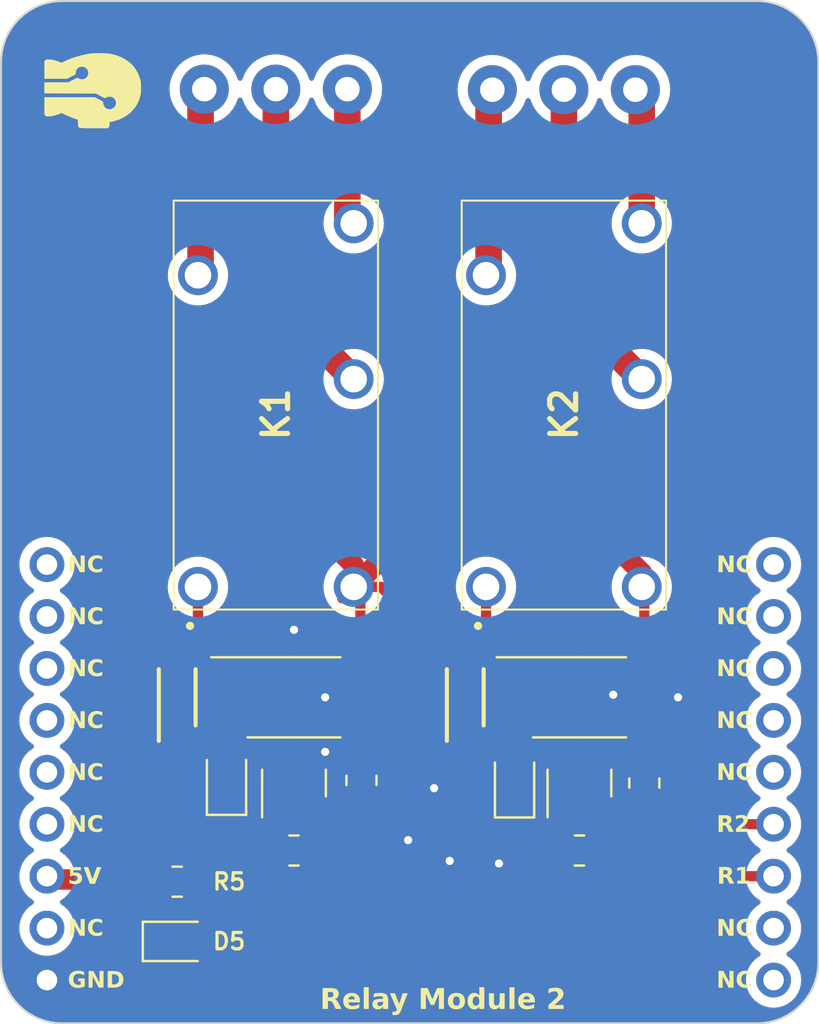
<source format=kicad_pcb>
(kicad_pcb (version 20221018) (generator pcbnew)
  (layers (0 "F.Cu" signal) (31 "B.Cu" signal) (34 "B.Paste" user) (35 "F.Paste" user) (36 "B.SilkS" user "B.Silkscreen") (37 "F.SilkS" user "F.Silkscreen") (38 "B.Mask" user) (39 "F.Mask" user) (44 "Edge.Cuts" user))
  (net 0 "")
  (net 1 "GND")
  (net 2 "Net-(D1-A)")
  (net 3 "Net-(D2-A)")
  (net 4 "+5V")
  (net 5 "Net-(D3-A)")
  (net 6 "Net-(D4-A)")
  (net 7 "Net-(D5-A)")
  (net 8 "Net-(J1-Pin_1)")
  (net 9 "Net-(J1-Pin_2)")
  (net 10 "Net-(J2-Pin_1)")
  (net 11 "Net-(J2-Pin_2)")
  (net 12 "Net-(J1-Pin_3)")
  (net 13 "Net-(J2-Pin_3)")
  (net 14 "Net-(Q1-B)")
  (net 15 "Net-(Q2-B)")
  (net 16 "R1")
  (net 17 "Net-(R1-Pad2)")
  (net 18 "R2")
  (net 19 "Net-(R2-Pad2)")
  (net 20 "Net-(R3-Pad1)")
  (net 21 "Net-(R4-Pad1)")
  (footprint "Package_SO:SOIC-4_4.55x3.7mm_P2.54mm" (layer "F.Cu") (at 83.185 86.995)
    (fp_text reference "U2" hide)
    (fp_text value "TLP185" hide)
    (fp_line (start 0 -1.96) (end -4.05 -1.96) (stroke (width 0.12)) (layer "F.SilkS"))
    (fp_line (start 0 -1.96) (end 2.275 -1.96) (stroke (width 0.12)) (layer "F.SilkS"))
    (fp_line (start 0 1.96) (end -2.275 1.96) (stroke (width 0.12)) (layer "F.SilkS"))
    (fp_line (start 0 1.96) (end 2.275 1.96) (stroke (width 0.12)) (layer "F.SilkS"))
    (pad "1" smd roundrect (at -3.25 -1.27) (size 1.6 0.55) (layers "F.Cu" "F.Paste" "F.Mask") (net 19 "Net-(R2-Pad2)"))
    (pad "3" smd roundrect (at -3.25 1.27) (size 1.6 0.55) (layers "F.Cu" "F.Paste" "F.Mask") (net 3 "Net-(D2-A)"))
    (pad "4" smd roundrect (at 3.25 1.27) (size 1.6 0.55) (layers "F.Cu" "F.Paste" "F.Mask") (net 21 "Net-(R4-Pad1)"))
    (pad "6" smd roundrect (at 3.25 -1.27) (size 1.6 0.55) (layers "F.Cu" "F.Paste" "F.Mask") (net 4 "+5V"))
  )
  (footprint "LED_SMD:LED_0805_2012Metric" (layer "F.Cu") (at 65.913 91.059 90)
    (fp_text reference "D1" hide)
    (fp_text value "LED" hide)
    (fp_line (start -1.685 -0.96) (end -1.685 0.96) (stroke (width 0.12)) (layer "F.SilkS"))
    (fp_line (start -1.685 0.96) (end 1 0.96) (stroke (width 0.12)) (layer "F.SilkS"))
    (fp_line (start 1 -0.96) (end -1.685 -0.96) (stroke (width 0.12)) (layer "F.SilkS"))
    (pad "1" smd roundrect (at -0.9375 0 90) (size 0.975 1.4) (layers "F.Cu" "F.Paste" "F.Mask") (net 1 "GND"))
    (pad "2" smd roundrect (at 0.9375 0 90) (size 0.975 1.4) (layers "F.Cu" "F.Paste" "F.Mask") (net 2 "Net-(D1-A)"))
  )
  (footprint "Moduler_:pin_header_5-3" (layer "F.Cu") (at 74.87613 90.694433)
    (fp_text reference "U3" hide)
    (fp_text value "~")
    (fp_text user "R2" (at 15.014634 3.016402 unlocked) (layer "F.SilkS") (effects (font (size 0.8 0.8) (thickness 0.2) bold) (justify left bottom)))
    (fp_text user "R1" (at 15.04 5.55 unlocked) (layer "F.SilkS") (effects (font (size 0.8 0.8) (thickness 0.2) bold) (justify left bottom)))
    (fp_text user "NC" (at -16.735366 -7.143598 unlocked) (layer "F.SilkS") (effects (font (size 0.8 0.8) (thickness 0.2) bold) (justify left bottom)))
    (fp_text user "NC" (at 15.014634 -2.063598 unlocked) (layer "F.SilkS") (effects (font (size 0.8 0.8) (thickness 0.2) bold) (justify left bottom)))
    (fp_text user "NC" (at 15.014634 -7.143598 unlocked) (layer "F.SilkS") (effects (font (size 0.8 0.8) (thickness 0.2) bold) (justify left bottom)))
    (fp_text user "NC" (at 15.014634 -4.603598 unlocked) (layer "F.SilkS") (effects (font (size 0.8 0.8) (thickness 0.2) bold) (justify left bottom)))
    (fp_text user "NC" (at -16.735366 8.096402 unlocked) (layer "F.SilkS") (effects (font (size 0.8 0.8) (thickness 0.2) bold) (justify left bottom)))
    (fp_text user "NC" (at 15.014634 10.636402 unlocked) (layer "F.SilkS") (effects (font (size 0.8 0.8) (thickness 0.2) bold) (justify left bottom)))
    (fp_text user "NC" (at 15.014634 -7.143598 unlocked) (layer "F.SilkS") (effects (font (size 0.8 0.8) (thickness 0.2) bold) (justify left bottom)))
    (fp_text user "NC" (at -16.735366 -9.683598 unlocked) (layer "F.SilkS") (effects (font (size 0.8 0.8) (thickness 0.2) bold) (justify left bottom)))
    (fp_text user "NC" (at 15.014634 8.096402 unlocked) (layer "F.SilkS") (effects (font (size 0.8 0.8) (thickness 0.2) bold) (justify left bottom)))
    (fp_text user "NC" (at 15.014634 -4.603598 unlocked) (layer "F.SilkS") (effects (font (size 0.8 0.8) (thickness 0.2) bold) (justify left bottom)))
    (fp_text user "NC" (at 15.014634 8.096402 unlocked) (layer "F.SilkS") (effects (font (size 0.8 0.8) (thickness 0.2) bold) (justify left bottom)))
    (fp_text user "NC" (at 15.014634 -2.063598 unlocked) (layer "F.SilkS") (effects (font (size 0.8 0.8) (thickness 0.2) bold) (justify left bottom)))
    (fp_text user "GND" (at -16.735366 10.636402 unlocked) (layer "F.SilkS") (effects (font (size 0.8 0.8) (thickness 0.2) bold) (justify left bottom)))
    (fp_text user "NC" (at -16.735366 -4.603598 unlocked) (layer "F.SilkS") (effects (font (size 0.8 0.8) (thickness 0.2) bold) (justify left bottom)))
    (fp_text user "NC" (at -16.735366 3.016402 unlocked) (layer "F.SilkS") (effects (font (size 0.8 0.8) (thickness 0.2) bold) (justify left bottom)))
    (fp_text user "NC" (at 15.014634 0.476402 unlocked) (layer "F.SilkS") (effects (font (size 0.8 0.8) (thickness 0.2) bold) (justify left bottom)))
    (fp_text user "NC" (at -16.735366 -2.063598 unlocked) (layer "F.SilkS") (effects (font (size 0.8 0.8) (thickness 0.2) bold) (justify left bottom)))
    (fp_text user "NC" (at 15.014634 -9.683598 unlocked) (layer "F.SilkS") (effects (font (size 0.8 0.8) (thickness 0.2) bold) (justify left bottom)))
    (fp_text user "NC" (at -16.735366 0.476402 unlocked) (layer "F.SilkS") (effects (font (size 0.8 0.8) (thickness 0.2) bold) (justify left bottom)))
    (fp_text user "5V" (at -16.735366 5.556402 unlocked) (layer "F.SilkS") (effects (font (size 0.8 0.8) (thickness 0.2) bold) (justify left bottom)))
    (fp_text user "NC" (at 15.014634 -9.683598 unlocked) (layer "F.SilkS") (effects (font (size 0.8 0.8) (thickness 0.2) bold) (justify left bottom)))
    (fp_text user "5V" (at -16.735366 5.556402 unlocked) (layer "F.SilkS") (effects (font (size 0.8 0.8) (thickness 0.2) bold) (justify left bottom)))
    (fp_text user "NC" (at 15.014634 10.636402 unlocked) (layer "F.SilkS") (effects (font (size 0.8 0.8) (thickness 0.2) bold) (justify left bottom)))
    (fp_text user "Relay Module 2" (at -4.39 11.71 unlocked) (layer "F.SilkS") (effects (font (thickness 0.2) bold) (justify left bottom)))
    (fp_text user "NC" (at -16.735366 -4.603598 unlocked) (layer "F.SilkS") (effects (font (size 0.8 0.8) (thickness 0.2) bold) (justify left bottom)))
    (fp_text user "NC" (at -16.735366 -7.143598 unlocked) (layer "F.SilkS") (effects (font (size 0.8 0.8) (thickness 0.2) bold) (justify left bottom)))
    (fp_text user "NC" (at -16.735366 -2.063598 unlocked) (layer "F.SilkS") (effects (font (size 0.8 0.8) (thickness 0.2) bold) (justify left bottom)))
    (fp_text user "NC" (at 15.014634 0.476402 unlocked) (layer "F.SilkS") (effects (font (size 0.8 0.8) (thickness 0.2) bold) (justify left bottom)))
    (fp_poly (pts (xy -15.043088 -35.202982) (xy -14.918079 -35.198718) (xy -14.806142 -35.191953) (xy -14.714508 -35.182748) (xy -14.67543 -35.176676) (xy -14.486975 -35.135522) (xy -14.317037 -35.084506) (xy -14.153075 -35.019547) (xy -14.06311 -34.977484) (xy -13.859515 -34.862064) (xy -13.680827 -34.72737) (xy -13.526624 -34.572888) (xy -13.396484 -34.398104) (xy -13.289986 -34.202504) (xy -13.206706 -33.985573) (xy -13.183227 -33.905477) (xy -13.170465 -33.853293) (xy -13.161352 -33.800937) (xy -13.155312 -33.741552) (xy -13.15177 -33.668279) (xy -13.150151 -33.574261) (xy -13.149866 -33.507627) (xy -13.150177 -33.402512) (xy -13.151885 -33.321633) (xy -13.155679 -33.257642) (xy -13.162245 -33.203192) (xy -13.172272 -33.150935) (xy -13.186448 -33.093522) (xy -13.189793 -33.080953) (xy -13.26322 -32.865516) (xy -13.362869 -32.666945) (xy -13.487653 -32.486226) (xy -13.636484 -32.324343) (xy -13.808274 -32.182281) (xy -14.001937 -32.061026) (xy -14.216384 -31.961562) (xy -14.450528 -31.884874) (xy -14.533041 -31.864479) (xy -14.687053 -31.829354) (xy -14.687053 -31.727412) (xy -14.688593 -31.669338) (xy -14.695525 -31.631682) (xy -14.711313 -31.603329) (xy -14.733226 -31.579297) (xy -14.779399 -31.533124) (xy -15.455894 -31.533605) (xy -15.65106 -31.534152) (xy -15.814694 -31.535495) (xy -15.946842 -31.537635) (xy -16.047553 -31.540574) (xy -16.116877 -31.544312) (xy -16.15486 -31.54885) (xy -16.161512 -31.551014) (xy -16.197211 -31.588694) (xy -16.221047 -31.653789) (xy -16.23325 -31.747117) (xy -16.235088 -31.812996) (xy -16.235113 -31.951719) (xy -16.434829 -32.019315) (xy -16.531119 -32.054222) (xy -16.6412 -32.097769) (xy -16.75078 -32.144127) (xy -16.836626 -32.183182) (xy -17.038708 -32.279453) (xy -17.182564 -32.22121) (xy -17.37177 -32.156953) (xy -17.553163 -32.121046) (xy -17.66972 -32.112456) (xy -17.730074 -32.111766) (xy -17.768455 -32.115201) (xy -17.794455 -32.125654) (xy -17.817669 -32.146018) (xy -17.831629 -32.161265) (xy -17.877849 -32.212852) (xy -17.877849 -32.631197) (xy -17.877849 -33.049542) (xy -16.644432 -33.049542) (xy -15.411016 -33.049542) (xy -15.201307 -32.938862) (xy -15.120346 -32.895704) (xy -15.063572 -32.863901) (xy -15.026999 -32.840519) (xy -15.00664 -32.822624) (xy -14.998509 -32.807281) (xy -14.998617 -32.791554) (xy -14.998919 -32.789893) (xy -14.997266 -32.736768) (xy -14.978742 -32.67194) (xy -14.947906 -32.606915) (xy -14.909316 -32.553201) (xy -14.902268 -32.545978) (xy -14.853733 -32.509807) (xy -14.79415 -32.479377) (xy -14.772305 -32.47156) (xy -14.678551 -32.457667) (xy -14.590888 -32.471152) (xy -14.513015 -32.507926) (xy -14.448632 -32.563899) (xy -14.401438 -32.634984) (xy -14.375133 -32.717091) (xy -14.373417 -32.806131) (xy -14.39558 -32.887925) (xy -14.446213 -32.972284) (xy -14.515276 -33.033487) (xy -14.598095 -33.069928) (xy -14.69 -33.08) (xy -14.786317 -33.062098) (xy -14.838558 -33.040214) (xy -14.919436 -32.999294) (xy -15.13891 -33.115245) (xy -15.358384 -33.231197) (xy -16.618116 -33.235511) (xy -17.877849 -33.239826) (xy -17.877849 -33.507993) (xy -17.877849 -33.776159) (xy -17.293614 -33.776159) (xy -16.709379 -33.776159) (xy -16.481146 -33.894783) (xy -16.383134 -33.944301) (xy -16.310341 -33.977902) (xy -16.2633 -33.995358) (xy -16.24255 -33.996444) (xy -16.242039 -33.995812) (xy -16.221875 -33.978954) (xy -16.183919 -33.957232) (xy -16.165981 -33.948618) (xy -16.07485 -33.922488) (xy -15.986186 -33.92436) (xy -15.904156 -33.950689) (xy -15.832926 -33.997929) (xy -15.776663 -34.062538) (xy -15.739534 -34.140968) (xy -15.725706 -34.229677) (xy -15.736305 -34.314142) (xy -15.773595 -34.400807) (xy -15.832706 -34.470127) (xy -15.907938 -34.519204) (xy -15.993593 -34.545141) (xy -16.083971 -34.545039) (xy -16.152425 -34.525716) (xy -16.23727 -34.475578) (xy -16.297706 -34.405852) (xy -16.33435 -34.315659) (xy -16.345044 -34.252673) (xy -16.353533 -34.168428) (xy -16.565751 -34.059172) (xy -16.777969 -33.949915) (xy -17.327909 -33.949915) (xy -17.877849 -33.949915) (xy -17.877849 -34.377623) (xy -17.877849 -34.805331) (xy -17.831676 -34.851504) (xy -17.804947 -34.875607) (xy -17.77855 -34.889433) (xy -17.742658 -34.89577) (xy -17.687442 -34.897402) (xy -17.669767 -34.897402) (xy -17.52264 -34.886762) (xy -17.371334 -34.854465) (xy -17.208413 -34.798903) (xy -17.20076 -34.795859) (xy -17.137653 -34.77148) (xy -17.084242 -34.752445) (xy -17.048201 -34.741412) (xy -17.038658 -34.739716) (xy -17.016838 -34.746377) (xy -16.972945 -34.764567) (xy -16.913116 -34.791597) (xy -16.843489 -34.82478) (xy -16.835268 -34.828801) (xy -16.611504 -34.926579) (xy -16.361156 -35.013904) (xy -16.087801 -35.089736) (xy -15.79501 -35.153038) (xy -15.61112 -35.18463) (xy -15.529218 -35.193795) (xy -15.424233 -35.200151) (xy -15.303396 -35.20376) (xy -15.173937 -35.204683)) (fill solid) (layer "F.SilkS"))
    (fp_poly (pts (xy -15.043088 -35.202982) (xy -14.918079 -35.198718) (xy -14.806142 -35.191953) (xy -14.714508 -35.182748) (xy -14.67543 -35.176676) (xy -14.486975 -35.135522) (xy -14.317037 -35.084506) (xy -14.153075 -35.019547) (xy -14.06311 -34.977484) (xy -13.859515 -34.862064) (xy -13.680827 -34.72737) (xy -13.526624 -34.572888) (xy -13.396484 -34.398104) (xy -13.289986 -34.202504) (xy -13.206706 -33.985573) (xy -13.183227 -33.905477) (xy -13.170465 -33.853293) (xy -13.161352 -33.800937) (xy -13.155312 -33.741552) (xy -13.15177 -33.668279) (xy -13.150151 -33.574261) (xy -13.149866 -33.507627) (xy -13.150177 -33.402512) (xy -13.151885 -33.321633) (xy -13.155679 -33.257642) (xy -13.162245 -33.203192) (xy -13.172272 -33.150935) (xy -13.186448 -33.093522) (xy -13.189793 -33.080953) (xy -13.26322 -32.865516) (xy -13.362869 -32.666945) (xy -13.487653 -32.486226) (xy -13.636484 -32.324343) (xy -13.808274 -32.182281) (xy -14.001937 -32.061026) (xy -14.216384 -31.961562) (xy -14.450528 -31.884874) (xy -14.533041 -31.864479) (xy -14.687053 -31.829354) (xy -14.687053 -31.727412) (xy -14.688593 -31.669338) (xy -14.695525 -31.631682) (xy -14.711313 -31.603329) (xy -14.733226 -31.579297) (xy -14.779399 -31.533124) (xy -15.455894 -31.533605) (xy -15.65106 -31.534152) (xy -15.814694 -31.535495) (xy -15.946842 -31.537635) (xy -16.047553 -31.540574) (xy -16.116877 -31.544312) (xy -16.15486 -31.54885) (xy -16.161512 -31.551014) (xy -16.197211 -31.588694) (xy -16.221047 -31.653789) (xy -16.23325 -31.747117) (xy -16.235088 -31.812996) (xy -16.235113 -31.951719) (xy -16.434829 -32.019315) (xy -16.531119 -32.054222) (xy -16.6412 -32.097769) (xy -16.75078 -32.144127) (xy -16.836626 -32.183182) (xy -17.038708 -32.279453) (xy -17.182564 -32.22121) (xy -17.37177 -32.156953) (xy -17.553163 -32.121046) (xy -17.66972 -32.112456) (xy -17.730074 -32.111766) (xy -17.768455 -32.115201) (xy -17.794455 -32.125654) (xy -17.817669 -32.146018) (xy -17.831629 -32.161265) (xy -17.877849 -32.212852) (xy -17.877849 -32.631197) (xy -17.877849 -33.049542) (xy -16.644432 -33.049542) (xy -15.411016 -33.049542) (xy -15.201307 -32.938862) (xy -15.120346 -32.895704) (xy -15.063572 -32.863901) (xy -15.026999 -32.840519) (xy -15.00664 -32.822624) (xy -14.998509 -32.807281) (xy -14.998617 -32.791554) (xy -14.998919 -32.789893) (xy -14.997266 -32.736768) (xy -14.978742 -32.67194) (xy -14.947906 -32.606915) (xy -14.909316 -32.553201) (xy -14.902268 -32.545978) (xy -14.853733 -32.509807) (xy -14.79415 -32.479377) (xy -14.772305 -32.47156) (xy -14.678551 -32.457667) (xy -14.590888 -32.471152) (xy -14.513015 -32.507926) (xy -14.448632 -32.563899) (xy -14.401438 -32.634984) (xy -14.375133 -32.717091) (xy -14.373417 -32.806131) (xy -14.39558 -32.887925) (xy -14.446213 -32.972284) (xy -14.515276 -33.033487) (xy -14.598095 -33.069928) (xy -14.69 -33.08) (xy -14.786317 -33.062098) (xy -14.838558 -33.040214) (xy -14.919436 -32.999294) (xy -15.13891 -33.115245) (xy -15.358384 -33.231197) (xy -16.618116 -33.235511) (xy -17.877849 -33.239826) (xy -17.877849 -33.507993) (xy -17.877849 -33.776159) (xy -17.293614 -33.776159) (xy -16.709379 -33.776159) (xy -16.481146 -33.894783) (xy -16.383134 -33.944301) (xy -16.310341 -33.977902) (xy -16.2633 -33.995358) (xy -16.24255 -33.996444) (xy -16.242039 -33.995812) (xy -16.221875 -33.978954) (xy -16.183919 -33.957232) (xy -16.165981 -33.948618) (xy -16.07485 -33.922488) (xy -15.986186 -33.92436) (xy -15.904156 -33.950689) (xy -15.832926 -33.997929) (xy -15.776663 -34.062538) (xy -15.739534 -34.140968) (xy -15.725706 -34.229677) (xy -15.736305 -34.314142) (xy -15.773595 -34.400807) (xy -15.832706 -34.470127) (xy -15.907938 -34.519204) (xy -15.993593 -34.545141) (xy -16.083971 -34.545039) (xy -16.152425 -34.525716) (xy -16.23727 -34.475578) (xy -16.297706 -34.405852) (xy -16.33435 -34.315659) (xy -16.345044 -34.252673) (xy -16.353533 -34.168428) (xy -16.565751 -34.059172) (xy -16.777969 -33.949915) (xy -17.327909 -33.949915) (xy -17.877849 -33.949915) (xy -17.877849 -34.377623) (xy -17.877849 -34.805331) (xy -17.831676 -34.851504) (xy -17.804947 -34.875607) (xy -17.77855 -34.889433) (xy -17.742658 -34.89577) (xy -17.687442 -34.897402) (xy -17.669767 -34.897402) (xy -17.52264 -34.886762) (xy -17.371334 -34.854465) (xy -17.208413 -34.798903) (xy -17.20076 -34.795859) (xy -17.137653 -34.77148) (xy -17.084242 -34.752445) (xy -17.048201 -34.741412) (xy -17.038658 -34.739716) (xy -17.016838 -34.746377) (xy -16.972945 -34.764567) (xy -16.913116 -34.791597) (xy -16.843489 -34.82478) (xy -16.835268 -34.828801) (xy -16.611504 -34.926579) (xy -16.361156 -35.013904) (xy -16.087801 -35.089736) (xy -15.79501 -35.153038) (xy -15.61112 -35.18463) (xy -15.529218 -35.193795) (xy -15.424233 -35.200151) (xy -15.303396 -35.20376) (xy -15.173937 -35.204683)) (fill solid) (layer "F.SilkS"))
    (fp_poly (pts (xy 17.154627 -37.750531) (xy 17.306893 -37.738952) (xy 17.456945 -37.719884) (xy 17.604595 -37.693514) (xy 17.749655 -37.660032) (xy 17.891935 -37.619627) (xy 18.031248 -37.572485) (xy 18.167406 -37.518797) (xy 18.300219 -37.458749) (xy 18.429499 -37.392531) (xy 18.555059 -37.320331) (xy 18.676709 -37.242337) (xy 18.794262 -37.158739) (xy 18.907528 -37.069723) (xy 19.01632 -36.975479) (xy 19.120449 -36.876195) (xy 19.219726 -36.772059) (xy 19.313964 -36.66326) (xy 19.402974 -36.549986) (xy 19.486568 -36.432426) (xy 19.564556 -36.310768) (xy 19.636751 -36.1852) (xy 19.702965 -36.055911) (xy 19.763009 -35.923089) (xy 19.816694 -35.786922) (xy 19.863832 -35.6476) (xy 19.904235 -35.50531) (xy 19.937715 -35.360241) (xy 19.964083 -35.212581) (xy 19.98315 -35.062518) (xy 19.994728 -34.910242) (xy 19.99863 -34.755939) (xy 19.99863 9.244306) (xy 19.994728 9.398609) (xy 19.98315 9.550885) (xy 19.964083 9.700948) (xy 19.937715 9.848608) (xy 19.904235 9.993677) (xy 19.863832 10.135968) (xy 19.816694 10.27529) (xy 19.763009 10.411456) (xy 19.702965 10.544278) (xy 19.636751 10.673567) (xy 19.564556 10.799135) (xy 19.486568 10.920794) (xy 19.402974 11.038354) (xy 19.313964 11.151628) (xy 19.219726 11.260427) (xy 19.120449 11.364562) (xy 19.01632 11.463846) (xy 18.907528 11.55809) (xy 18.794262 11.647106) (xy 18.676709 11.730705) (xy 18.555059 11.808698) (xy 18.429499 11.880898) (xy 18.300219 11.947116) (xy 18.167406 12.007163) (xy 18.031248 12.060852) (xy 17.891935 12.107993) (xy 17.749655 12.148399) (xy 17.604595 12.181881) (xy 17.456945 12.20825) (xy 17.306893 12.227319) (xy 17.154627 12.238898) (xy 17.000335 12.2428) (xy -17.000335 12.2428) (xy -17.154626 12.238898) (xy -17.306893 12.227319) (xy -17.456945 12.20825) (xy -17.604596 12.181881) (xy -17.749655 12.148399) (xy -17.891936 12.107993) (xy -18.031249 12.060852) (xy -18.167406 12.007163) (xy -18.30022 11.947116) (xy -18.4295 11.880898) (xy -18.55506 11.808698) (xy -18.67671 11.730705) (xy -18.794262 11.647106) (xy -18.907529 11.55809) (xy -19.016321 11.463846) (xy -19.120449 11.364562) (xy -19.219727 11.260427) (xy -19.313965 11.151628) (xy -19.402975 11.038354) (xy -19.486568 10.920794) (xy -19.564556 10.799135) (xy -19.636752 10.673567) (xy -19.702965 10.544278) (xy -19.763009 10.411456) (xy -19.816694 10.27529) (xy -19.863832 10.135968) (xy -19.904235 9.993677) (xy -19.937715 9.848608) (xy -19.964083 9.700948) (xy -19.98315 9.550885) (xy -19.994728 9.398609) (xy -19.99863 9.244306) (xy -19.99863 -34.755939) (xy -19.994728 -34.910242) (xy -19.98315 -35.062518) (xy -19.964083 -35.212581) (xy -19.937715 -35.360241) (xy -19.904235 -35.50531) (xy -19.863832 -35.6476) (xy -19.816694 -35.786922) (xy -19.763009 -35.923089) (xy -19.702965 -36.055911) (xy -19.636752 -36.1852) (xy -19.564556 -36.310768) (xy -19.486568 -36.432426) (xy -19.402975 -36.549986) (xy -19.313965 -36.66326) (xy -19.219727 -36.772059) (xy -19.120449 -36.876195) (xy -19.016321 -36.975479) (xy -18.907529 -37.069723) (xy -18.794262 -37.158739) (xy -18.67671 -37.242337) (xy -18.55506 -37.320331) (xy -18.4295 -37.392531) (xy -18.30022 -37.458749) (xy -18.167406 -37.518797) (xy -18.031249 -37.572485) (xy -17.891936 -37.619627) (xy -17.749655 -37.660032) (xy -17.604596 -37.693514) (xy -17.456945 -37.719884) (xy -17.306893 -37.738952) (xy -17.154626 -37.750531) (xy -17.000335 -37.754433) (xy 17.000335 -37.754433)) (stroke (width 0.1)) (fill none) (layer "Edge.Cuts"))
    (pad "1" thru_hole oval (at -17.751366 -10.191598) (size 1.7 1.7) (drill 1) (layers "*.Cu" "*.Mask"))
    (pad "1" thru_hole oval (at -17.751366 -10.191598) (size 1.7 1.7) (drill 1) (layers "*.Cu" "*.Mask"))
    (pad "2" thru_hole oval (at -17.751366 -7.651598) (size 1.7 1.7) (drill 1) (layers "*.Cu" "*.Mask"))
    (pad "2" thru_hole oval (at -17.751366 -7.651598) (size 1.7 1.7) (drill 1) (layers "*.Cu" "*.Mask"))
    (pad "3" thru_hole oval (at -17.751366 -5.111598) (size 1.7 1.7) (drill 1) (layers "*.Cu" "*.Mask"))
    (pad "3" thru_hole oval (at -17.751366 -5.111598) (size 1.7 1.7) (drill 1) (layers "*.Cu" "*.Mask"))
    (pad "4" thru_hole oval (at -17.751366 -2.571598) (size 1.7 1.7) (drill 1) (layers "*.Cu" "*.Mask"))
    (pad "4" thru_hole oval (at -17.751366 -2.571598) (size 1.7 1.7) (drill 1) (layers "*.Cu" "*.Mask"))
    (pad "5" thru_hole oval (at -17.751366 -0.031598) (size 1.7 1.7) (drill 1) (layers "*.Cu" "*.Mask"))
    (pad "5" thru_hole oval (at -17.751366 -0.031598) (size 1.7 1.7) (drill 1) (layers "*.Cu" "*.Mask"))
    (pad "6" thru_hole oval (at -17.751366 2.508402) (size 1.7 1.7) (drill 1) (layers "*.Cu" "*.Mask"))
    (pad "6" thru_hole oval (at -17.751366 2.508402) (size 1.7 1.7) (drill 1) (layers "*.Cu" "*.Mask"))
    (pad "7" thru_hole oval (at -17.751366 5.048402) (size 1.7 1.7) (drill 1) (layers "*.Cu" "*.Mask") (net 4 "+5V"))
    (pad "7" thru_hole oval (at -17.751366 5.048402) (size 1.7 1.7) (drill 1) (layers "*.Cu" "*.Mask") (net 4 "+5V"))
    (pad "8" thru_hole oval (at -17.751366 7.588402) (size 1.7 1.7) (drill 1) (layers "*.Cu" "*.Mask"))
    (pad "8" thru_hole oval (at -17.751366 7.588402) (size 1.7 1.7) (drill 1) (layers "*.Cu" "*.Mask"))
    (pad "9" thru_hole oval (at -17.751366 10.128402) (size 1.7 1.7) (drill 1) (layers "*.Cu" "*.Mask") (net 1 "GND"))
    (pad "9" thru_hole oval (at -17.751366 10.128402) (size 1.7 1.7) (drill 1) (layers "*.Cu" "*.Mask") (net 1 "GND"))
    (pad "10" thru_hole oval (at 17.808634 10.128402) (size 1.7 1.7) (drill 1) (layers "*.Cu" "*.Mask"))
    (pad "10" thru_hole oval (at 17.808634 10.128402) (size 1.7 1.7) (drill 1) (layers "*.Cu" "*.Mask"))
    (pad "11" thru_hole oval (at 17.808634 7.588402) (size 1.7 1.7) (drill 1) (layers "*.Cu" "*.Mask"))
    (pad "11" thru_hole oval (at 17.808634 7.588402) (size 1.7 1.7) (drill 1) (layers "*.Cu" "*.Mask"))
    (pad "12" thru_hole oval (at 17.808634 5.048402) (size 1.7 1.7) (drill 1) (layers "*.Cu" "*.Mask") (net 16 "R1"))
    (pad "12" thru_hole oval (at 17.808634 5.048402) (size 1.7 1.7) (drill 1) (layers "*.Cu" "*.Mask") (net 16 "R1"))
    (pad "13" thru_hole oval (at 17.808634 2.508402) (size 1.7 1.7) (drill 1) (layers "*.Cu" "*.Mask") (net 18 "R2"))
    (pad "13" thru_hole oval (at 17.808634 2.508402) (size 1.7 1.7) (drill 1) (layers "*.Cu" "*.Mask") (net 18 "R2"))
    (pad "14" thru_hole oval (at 17.808634 -0.031598) (size 1.7 1.7) (drill 1) (layers "*.Cu" "*.Mask"))
    (pad "14" thru_hole oval (at 17.808634 -0.031598) (size 1.7 1.7) (drill 1) (layers "*.Cu" "*.Mask"))
    (pad "15" thru_hole oval (at 17.808634 -2.571598) (size 1.7 1.7) (drill 1) (layers "*.Cu" "*.Mask"))
    (pad "15" thru_hole oval (at 17.808634 -2.571598) (size 1.7 1.7) (drill 1) (layers "*.Cu" "*.Mask"))
    (pad "16" thru_hole oval (at 17.808634 -5.111598) (size 1.7 1.7) (drill 1) (layers "*.Cu" "*.Mask"))
    (pad "16" thru_hole oval (at 17.808634 -5.111598) (size 1.7 1.7) (drill 1) (layers "*.Cu" "*.Mask"))
    (pad "17" thru_hole oval (at 17.808634 -7.651598) (size 1.7 1.7) (drill 1) (layers "*.Cu" "*.Mask"))
    (pad "17" thru_hole oval (at 17.808634 -7.651598) (size 1.7 1.7) (drill 1) (layers "*.Cu" "*.Mask"))
    (pad "18" thru_hole oval (at 17.808634 -10.191598) (size 1.7 1.7) (drill 1) (layers "*.Cu" "*.Mask"))
    (pad "18" thru_hole oval (at 17.808634 -10.191598) (size 1.7 1.7) (drill 1) (layers "*.Cu" "*.Mask"))
  )
  (footprint "Resistor_SMD:R_0805_2012Metric" (layer "F.Cu") (at 72.517 91.059 -90)
    (fp_text reference "R3" hide)
    (fp_text value "1k" hide)
    (fp_line (start -0.227064 -0.735) (end 0.227064 -0.735) (stroke (width 0.12)) (layer "F.SilkS"))
    (fp_line (start -0.227064 0.735) (end 0.227064 0.735) (stroke (width 0.12)) (layer "F.SilkS"))
    (pad "1" smd roundrect (at -0.9125 0 270) (size 1.025 1.4) (layers "F.Cu" "F.Paste" "F.Mask") (roundrect_rratio 0.243902) (net 20 "Net-(R3-Pad1)"))
    (pad "2" smd roundrect (at 0.9125 0 270) (size 1.025 1.4) (layers "F.Cu" "F.Paste" "F.Mask") (roundrect_rratio 0.243902) (net 14 "Net-(Q1-B)"))
  )
  (footprint "Resistor_SMD:R_0805_2012Metric" (layer "F.Cu") (at 83.185 94.488 180)
    (fp_text reference "R2" hide)
    (fp_text value "220r" hide)
    (fp_line (start -0.227064 -0.735) (end 0.227064 -0.735) (stroke (width 0.12)) (layer "F.SilkS"))
    (fp_line (start -0.227064 0.735) (end 0.227064 0.735) (stroke (width 0.12)) (layer "F.SilkS"))
    (pad "1" smd roundrect (at -0.9125 0 180) (size 1.025 1.4) (layers "F.Cu" "F.Paste" "F.Mask") (roundrect_rratio 0.243902) (net 18 "R2"))
    (pad "2" smd roundrect (at 0.9125 0 180) (size 1.025 1.4) (layers "F.Cu" "F.Paste" "F.Mask") (roundrect_rratio 0.243902) (net 19 "Net-(R2-Pad2)"))
  )
  (footprint "LED_SMD:LED_0805_2012Metric" (layer "F.Cu") (at 63.5 98.933)
    (fp_text reference "D5" (at 2.54 0) (layer "F.SilkS") (effects (font (size 0.8 0.8) (thickness 0.16) bold)))
    (fp_text value "LED" hide)
    (fp_line (start -1.685 -0.96) (end -1.685 0.96) (stroke (width 0.12)) (layer "F.SilkS"))
    (fp_line (start -1.685 0.96) (end 1 0.96) (stroke (width 0.12)) (layer "F.SilkS"))
    (fp_line (start 1 -0.96) (end -1.685 -0.96) (stroke (width 0.12)) (layer "F.SilkS"))
    (pad "1" smd roundrect (at -0.9375 0) (size 0.975 1.4) (layers "F.Cu" "F.Paste" "F.Mask") (net 1 "GND"))
    (pad "2" smd roundrect (at 0.9375 0) (size 0.975 1.4) (layers "F.Cu" "F.Paste" "F.Mask") (net 7 "Net-(D5-A)"))
  )
  (footprint "ALQ105:ALQ105" (layer "F.Cu") (at 68.326 73.152 90)
    (fp_text reference "K1" (at 0 0 90) (layer "F.SilkS") (effects (font (size 1.27 1.27) (thickness 0.254))))
    (fp_text value "ALQ105" hide)
    (fp_line (start -10.35 -4.3) (end -10.35 -4.3) (stroke (width 0.2)) (layer "F.SilkS"))
    (fp_line (start -10.35 -4.1) (end -10.35 -4.1) (stroke (width 0.2)) (layer "F.SilkS"))
    (fp_line (start -9.55 -5) (end -9.55 5) (stroke (width 0.1)) (layer "F.SilkS"))
    (fp_line (start -9.55 5) (end 10.45 5) (stroke (width 0.1)) (layer "F.SilkS"))
    (fp_line (start 10.45 -5) (end -9.55 -5) (stroke (width 0.1)) (layer "F.SilkS"))
    (fp_line (start 10.45 5) (end 10.45 -5) (stroke (width 0.1)) (layer "F.SilkS"))
    (fp_arc (start -10.35 -4.3) (mid -10.25 -4.2) (end -10.35 -4.1) (stroke (width 0.2)) (layer "F.SilkS"))
    (fp_arc (start -10.35 -4.1) (mid -10.45 -4.2) (end -10.35 -4.3) (stroke (width 0.2)) (layer "F.SilkS"))
    (pad "1" thru_hole circle (at -8.44 -3.81 90) (size 1.95 1.95) (drill 1.3) (layers "*.Cu" "*.Mask") (net 5 "Net-(D3-A)"))
    (pad "2" thru_hole circle (at 6.8 -3.81 90) (size 1.95 1.95) (drill 1.3) (layers "*.Cu" "*.Mask") (net 12 "Net-(J1-Pin_3)"))
    (pad "3" thru_hole circle (at 9.34 3.81 90) (size 1.95 1.95) (drill 1.3) (layers "*.Cu" "*.Mask") (net 8 "Net-(J1-Pin_1)"))
    (pad "4" thru_hole circle (at 1.72 3.81 90) (size 1.95 1.95) (drill 1.3) (layers "*.Cu" "*.Mask") (net 9 "Net-(J1-Pin_2)"))
    (pad "5" thru_hole circle (at -8.44 3.81 90) (size 1.95 1.95) (drill 1.3) (layers "*.Cu" "*.Mask") (net 4 "+5V"))
  )
  (footprint "Resistor_SMD:R_0805_2012Metric" (layer "F.Cu") (at 69.215 94.488 180)
    (fp_text reference "R1" hide)
    (fp_text value "220r" hide)
    (fp_line (start -0.227064 -0.735) (end 0.227064 -0.735) (stroke (width 0.12)) (layer "F.SilkS"))
    (fp_line (start -0.227064 0.735) (end 0.227064 0.735) (stroke (width 0.12)) (layer "F.SilkS"))
    (pad "1" smd roundrect (at -0.9125 0 180) (size 1.025 1.4) (layers "F.Cu" "F.Paste" "F.Mask") (roundrect_rratio 0.243902) (net 16 "R1"))
    (pad "2" smd roundrect (at 0.9125 0 180) (size 1.025 1.4) (layers "F.Cu" "F.Paste" "F.Mask") (roundrect_rratio 0.243902) (net 17 "Net-(R1-Pad2)"))
  )
  (footprint "Resistor_SMD:R_0805_2012Metric" (layer "F.Cu") (at 86.36 91.186 -90)
    (fp_text reference "R4" hide)
    (fp_text value "1k" hide)
    (fp_line (start -0.227064 -0.735) (end 0.227064 -0.735) (stroke (width 0.12)) (layer "F.SilkS"))
    (fp_line (start -0.227064 0.735) (end 0.227064 0.735) (stroke (width 0.12)) (layer "F.SilkS"))
    (pad "1" smd roundrect (at -0.9125 0 270) (size 1.025 1.4) (layers "F.Cu" "F.Paste" "F.Mask") (roundrect_rratio 0.243902) (net 21 "Net-(R4-Pad1)"))
    (pad "2" smd roundrect (at 0.9125 0 270) (size 1.025 1.4) (layers "F.Cu" "F.Paste" "F.Mask") (roundrect_rratio 0.243902) (net 15 "Net-(Q2-B)"))
  )
  (footprint "Package_SO:SOIC-4_4.55x3.7mm_P2.54mm" (layer "F.Cu") (at 69.215 86.995)
    (fp_text reference "U1" hide)
    (fp_text value "TLP185" hide)
    (fp_line (start 0 -1.96) (end -4.05 -1.96) (stroke (width 0.12)) (layer "F.SilkS"))
    (fp_line (start 0 -1.96) (end 2.275 -1.96) (stroke (width 0.12)) (layer "F.SilkS"))
    (fp_line (start 0 1.96) (end -2.275 1.96) (stroke (width 0.12)) (layer "F.SilkS"))
    (fp_line (start 0 1.96) (end 2.275 1.96) (stroke (width 0.12)) (layer "F.SilkS"))
    (pad "1" smd roundrect (at -3.25 -1.27) (size 1.6 0.55) (layers "F.Cu" "F.Paste" "F.Mask") (net 17 "Net-(R1-Pad2)"))
    (pad "3" smd roundrect (at -3.25 1.27) (size 1.6 0.55) (layers "F.Cu" "F.Paste" "F.Mask") (net 2 "Net-(D1-A)"))
    (pad "4" smd roundrect (at 3.25 1.27) (size 1.6 0.55) (layers "F.Cu" "F.Paste" "F.Mask") (net 20 "Net-(R3-Pad1)"))
    (pad "6" smd roundrect (at 3.25 -1.27) (size 1.6 0.55) (layers "F.Cu" "F.Paste" "F.Mask") (net 4 "+5V"))
  )
  (footprint "Resistor_SMD:R_0805_2012Metric" (layer "F.Cu") (at 63.5 96.012)
    (fp_text reference "R5" (at 2.54 0) (layer "F.SilkS") (effects (font (size 0.8 0.8) (thickness 0.16) bold)))
    (fp_text value "470r" hide)
    (fp_line (start -0.227064 -0.735) (end 0.227064 -0.735) (stroke (width 0.12)) (layer "F.SilkS"))
    (fp_line (start -0.227064 0.735) (end 0.227064 0.735) (stroke (width 0.12)) (layer "F.SilkS"))
    (pad "1" smd roundrect (at -0.9125 0) (size 1.025 1.4) (layers "F.Cu" "F.Paste" "F.Mask") (roundrect_rratio 0.243902) (net 4 "+5V"))
    (pad "2" smd roundrect (at 0.9125 0) (size 1.025 1.4) (layers "F.Cu" "F.Paste" "F.Mask") (roundrect_rratio 0.243902) (net 7 "Net-(D5-A)"))
  )
  (footprint "1n5819W:SODFL3618X110N" (layer "F.Cu") (at 63.5 86.995 90)
    (fp_text reference "D3" hide)
    (fp_text value "1N5819W" hide)
    (fp_line (start -2.13 -0.9) (end 1.375 -0.9) (stroke (width 0.2)) (layer "F.SilkS"))
    (fp_line (start -1.375 0.9) (end 1.375 0.9) (stroke (width 0.2)) (layer "F.SilkS"))
    (pad "1" smd rect (at -1.525 0 180) (size 1.13 1.21) (layers "F.Cu" "F.Paste" "F.Mask") (net 4 "+5V"))
    (pad "2" smd rect (at 1.525 0 180) (size 1.13 1.21) (layers "F.Cu" "F.Paste" "F.Mask") (net 5 "Net-(D3-A)"))
  )
  (footprint "ALQ105:ALQ105" (layer "F.Cu") (at 82.423 73.152 90)
    (fp_text reference "K2" (at 0 0 90) (layer "F.SilkS") (effects (font (size 1.27 1.27) (thickness 0.254))))
    (fp_text value "ALQ105" hide)
    (fp_line (start -10.35 -4.3) (end -10.35 -4.3) (stroke (width 0.2)) (layer "F.SilkS"))
    (fp_line (start -10.35 -4.1) (end -10.35 -4.1) (stroke (width 0.2)) (layer "F.SilkS"))
    (fp_line (start -9.55 -5) (end -9.55 5) (stroke (width 0.1)) (layer "F.SilkS"))
    (fp_line (start -9.55 5) (end 10.45 5) (stroke (width 0.1)) (layer "F.SilkS"))
    (fp_line (start 10.45 -5) (end -9.55 -5) (stroke (width 0.1)) (layer "F.SilkS"))
    (fp_line (start 10.45 5) (end 10.45 -5) (stroke (width 0.1)) (layer "F.SilkS"))
    (fp_arc (start -10.35 -4.3) (mid -10.25 -4.2) (end -10.35 -4.1) (stroke (width 0.2)) (layer "F.SilkS"))
    (fp_arc (start -10.35 -4.1) (mid -10.45 -4.2) (end -10.35 -4.3) (stroke (width 0.2)) (layer "F.SilkS"))
    (pad "1" thru_hole circle (at -8.44 -3.81 90) (size 1.95 1.95) (drill 1.3) (layers "*.Cu" "*.Mask") (net 6 "Net-(D4-A)"))
    (pad "2" thru_hole circle (at 6.8 -3.81 90) (size 1.95 1.95) (drill 1.3) (layers "*.Cu" "*.Mask") (net 13 "Net-(J2-Pin_3)"))
    (pad "3" thru_hole circle (at 9.34 3.81 90) (size 1.95 1.95) (drill 1.3) (layers "*.Cu" "*.Mask") (net 10 "Net-(J2-Pin_1)"))
    (pad "4" thru_hole circle (at 1.72 3.81 90) (size 1.95 1.95) (drill 1.3) (layers "*.Cu" "*.Mask") (net 11 "Net-(J2-Pin_2)"))
    (pad "5" thru_hole circle (at -8.44 3.81 90) (size 1.95 1.95) (drill 1.3) (layers "*.Cu" "*.Mask") (net 4 "+5V"))
  )
  (footprint "TerminalBlock_4Ucon:TerminalBlock_4Ucon_1x03_P3.50mm_Horizontal" (layer "F.Cu") (at 85.923 57.277 180)
    (fp_text reference "J2" hide)
    (fp_text value "Screw_Terminal_01x03" hide)
    (pad "1" thru_hole circle (at 0 0 180) (size 2.4 2.4) (drill 1.2) (layers "*.Cu" "*.Mask") (net 10 "Net-(J2-Pin_1)"))
    (pad "2" thru_hole circle (at 3.5 0 180) (size 2.4 2.4) (drill 1.2) (layers "*.Cu" "*.Mask") (net 11 "Net-(J2-Pin_2)"))
    (pad "3" thru_hole circle (at 7 0 180) (size 2.4 2.4) (drill 1.2) (layers "*.Cu" "*.Mask") (net 13 "Net-(J2-Pin_3)"))
  )
  (footprint "LED_SMD:LED_0805_2012Metric" (layer "F.Cu") (at 80.01 91.186 90)
    (fp_text reference "D2" hide)
    (fp_text value "LED" hide)
    (fp_line (start -1.685 -0.96) (end -1.685 0.96) (stroke (width 0.12)) (layer "F.SilkS"))
    (fp_line (start -1.685 0.96) (end 1 0.96) (stroke (width 0.12)) (layer "F.SilkS"))
    (fp_line (start 1 -0.96) (end -1.685 -0.96) (stroke (width 0.12)) (layer "F.SilkS"))
    (pad "1" smd roundrect (at -0.9375 0 90) (size 0.975 1.4) (layers "F.Cu" "F.Paste" "F.Mask") (net 1 "GND"))
    (pad "2" smd roundrect (at 0.9375 0 90) (size 0.975 1.4) (layers "F.Cu" "F.Paste" "F.Mask") (net 3 "Net-(D2-A)"))
  )
  (footprint "Package_TO_SOT_SMD:SOT-23" (layer "F.Cu") (at 69.215 91.186 90)
    (fp_text reference "Q1" hide)
    (fp_text value "BC817" hide)
    (fp_line (start 0 -1.56) (end -1.675 -1.56) (stroke (width 0.12)) (layer "F.SilkS"))
    (fp_line (start 0 -1.56) (end 0.65 -1.56) (stroke (width 0.12)) (layer "F.SilkS"))
    (fp_line (start 0 1.56) (end -0.65 1.56) (stroke (width 0.12)) (layer "F.SilkS"))
    (fp_line (start 0 1.56) (end 0.65 1.56) (stroke (width 0.12)) (layer "F.SilkS"))
    (pad "1" smd roundrect (at -0.9375 -0.95 90) (size 1.475 0.6) (layers "F.Cu" "F.Paste" "F.Mask") (net 14 "Net-(Q1-B)"))
    (pad "2" smd roundrect (at -0.9375 0.95 90) (size 1.475 0.6) (layers "F.Cu" "F.Paste" "F.Mask") (net 1 "GND"))
    (pad "3" smd roundrect (at 0.9375 0 90) (size 1.475 0.6) (layers "F.Cu" "F.Paste" "F.Mask") (net 5 "Net-(D3-A)"))
  )
  (footprint "Package_TO_SOT_SMD:SOT-23" (layer "F.Cu") (at 83.185 91.186 90)
    (fp_text reference "Q2" hide)
    (fp_text value "BC817" hide)
    (fp_line (start 0 -1.56) (end -1.675 -1.56) (stroke (width 0.12)) (layer "F.SilkS"))
    (fp_line (start 0 -1.56) (end 0.65 -1.56) (stroke (width 0.12)) (layer "F.SilkS"))
    (fp_line (start 0 1.56) (end -0.65 1.56) (stroke (width 0.12)) (layer "F.SilkS"))
    (fp_line (start 0 1.56) (end 0.65 1.56) (stroke (width 0.12)) (layer "F.SilkS"))
    (pad "1" smd roundrect (at -0.9375 -0.95 90) (size 1.475 0.6) (layers "F.Cu" "F.Paste" "F.Mask") (net 15 "Net-(Q2-B)"))
    (pad "2" smd roundrect (at -0.9375 0.95 90) (size 1.475 0.6) (layers "F.Cu" "F.Paste" "F.Mask") (net 1 "GND"))
    (pad "3" smd roundrect (at 0.9375 0 90) (size 1.475 0.6) (layers "F.Cu" "F.Paste" "F.Mask") (net 6 "Net-(D4-A)"))
  )
  (footprint "1n5819W:SODFL3618X110N" (layer "F.Cu") (at 77.597 86.995 90)
    (fp_text reference "D4" hide)
    (fp_text value "1N5819W" hide)
    (fp_line (start -2.13 -0.9) (end 1.375 -0.9) (stroke (width 0.2)) (layer "F.SilkS"))
    (fp_line (start -1.375 0.9) (end 1.375 0.9) (stroke (width 0.2)) (layer "F.SilkS"))
    (pad "1" smd rect (at -1.525 0 180) (size 1.13 1.21) (layers "F.Cu" "F.Paste" "F.Mask") (net 4 "+5V"))
    (pad "2" smd rect (at 1.525 0 180) (size 1.13 1.21) (layers "F.Cu" "F.Paste" "F.Mask") (net 6 "Net-(D4-A)"))
  )
  (footprint "TerminalBlock_4Ucon:TerminalBlock_4Ucon_1x03_P3.50mm_Horizontal" (layer "F.Cu") (at 71.826 57.25 180)
    (fp_text reference "J1" hide)
    (fp_text value "Screw_Terminal_01x03" hide)
    (pad "1" thru_hole circle (at 0 0 180) (size 2.4 2.4) (drill 1.2) (layers "*.Cu" "*.Mask") (net 8 "Net-(J1-Pin_1)"))
    (pad "2" thru_hole circle (at 3.5 0 180) (size 2.4 2.4) (drill 1.2) (layers "*.Cu" "*.Mask") (net 9 "Net-(J1-Pin_2)"))
    (pad "3" thru_hole circle (at 7 0 180) (size 2.4 2.4) (drill 1.2) (layers "*.Cu" "*.Mask") (net 12 "Net-(J1-Pin_3)"))
  )
  (via (at 76.835 94.996) (size 0.8) (drill 0.4) (layers "F.Cu" "B.Cu") (net 1))
  (via (at 70.739 89.662) (size 0.8) (drill 0.4) (layers "F.Cu" "B.Cu") (net 1))
  (via (at 69.215 83.693) (size 0.8) (drill 0.4) (layers "F.Cu" "B.Cu") (net 1))
  (via (at 79.248 95.123) (size 0.8) (drill 0.4) (layers "F.Cu" "B.Cu") (net 1))
  (via (at 76.073 91.44) (size 0.8) (drill 0.4) (layers "F.Cu" "B.Cu") (net 1))
  (via (at 74.803 93.98) (size 0.8) (drill 0.4) (layers "F.Cu" "B.Cu") (net 1))
  (via (at 70.739 86.995) (size 0.8) (drill 0.4) (layers "F.Cu" "B.Cu") (net 1))
  (via (at 84.836 86.868) (size 0.8) (drill 0.4) (layers "F.Cu" "B.Cu") (net 1))
  (via (at 88.011 86.995) (size 0.8) (drill 0.4) (layers "F.Cu" "B.Cu") (net 1))
  (segment (start 65.965 88.265) (end 65.965 90.0695) (width 0.5) (layer "F.Cu") (net 2))
  (segment (start 65.965 90.0695) (end 65.913 90.1215) (width 0.3) (layer "F.Cu") (net 2))
  (segment (start 79.935 88.265) (end 79.935 90.1735) (width 0.5) (layer "F.Cu") (net 3))
  (segment (start 79.935 90.1735) (end 80.01 90.2485) (width 0.3) (layer "F.Cu") (net 3))
  (segment (start 60.833 87.757) (end 60.833 80.899) (width 1) (layer "F.Cu") (net 4))
  (segment (start 72.136 81.592) (end 73.464 81.592) (width 0.5) (layer "F.Cu") (net 4))
  (segment (start 75.693 88.52) (end 76.835 88.52) (width 0.5) (layer "F.Cu") (net 4))
  (segment (start 73.464 81.592) (end 74.803 82.931) (width 0.5) (layer "F.Cu") (net 4))
  (segment (start 63.5 93.472) (end 62.5875 94.3845) (width 1) (layer "F.Cu") (net 4))
  (segment (start 60.833 80.899) (end 62.357 79.375) (width 1) (layer "F.Cu") (net 4))
  (segment (start 86.435 85.725) (end 86.36 85.65) (width 0.5) (layer "F.Cu") (net 4))
  (segment (start 63.5 88.52) (end 63.5 93.472) (width 1) (layer "F.Cu") (net 4))
  (segment (start 72.136 80.518) (end 72.136 81.592) (width 1) (layer "F.Cu") (net 4))
  (segment (start 70.993 79.375) (end 72.136 80.518) (width 1) (layer "F.Cu") (net 4))
  (segment (start 86.36 81.719) (end 86.233 81.592) (width 0.5) (layer "F.Cu") (net 4))
  (segment (start 84.709 79.375) (end 86.233 80.899) (width 1) (layer "F.Cu") (net 4))
  (segment (start 62.357 79.375) (end 70.993 79.375) (width 1) (layer "F.Cu") (net 4))
  (segment (start 86.233 80.899) (end 86.233 81.592) (width 1) (layer "F.Cu") (net 4))
  (segment (start 62.5875 94.3845) (end 62.5875 96.012) (width 1) (layer "F.Cu") (net 4))
  (segment (start 74.353 79.375) (end 84.709 79.375) (width 1) (layer "F.Cu") (net 4))
  (segment (start 72.136 81.592) (end 74.353 79.375) (width 1) (layer "F.Cu") (net 4))
  (segment (start 62.5875 96.012) (end 62.480476 95.904976) (width 1) (layer "F.Cu") (net 4))
  (segment (start 57.286905 95.904976) (end 57.124764 95.742835) (width 1) (layer "F.Cu") (net 4))
  (segment (start 71.576 82.152) (end 72.136 81.592) (width 0.5) (layer "F.Cu") (net 4))
  (segment (start 86.36 85.65) (end 86.36 81.719) (width 0.5) (layer "F.Cu") (net 4))
  (segment (start 61.596 88.52) (end 60.833 87.757) (width 1) (layer "F.Cu") (net 4))
  (segment (start 74.803 82.931) (end 74.803 87.63) (width 0.5) (layer "F.Cu") (net 4))
  (segment (start 63.5 88.52) (end 61.596 88.52) (width 1) (layer "F.Cu") (net 4))
  (segment (start 72.465 85.725) (end 72.465 82.152) (width 0.5) (layer "F.Cu") (net 4))
  (segment (start 74.803 87.63) (end 75.693 88.52) (width 0.5) (layer "F.Cu") (net 4))
  (segment (start 62.480476 95.904976) (end 57.286905 95.904976) (width 1) (layer "F.Cu") (net 4))
  (segment (start 64.516 83.439) (end 64.77 83.693) (width 0.5) (layer "F.Cu") (net 5))
  (segment (start 69.215 86.106) (end 69.215 90.2485) (width 0.5) (layer "F.Cu") (net 5))
  (segment (start 63.5 85.47) (end 63.5 84.582) (width 0.5) (layer "F.Cu") (net 5))
  (segment (start 66.802 83.693) (end 69.215 86.106) (width 0.5) (layer "F.Cu") (net 5))
  (segment (start 64.516 83.566) (end 64.516 81.592) (width 0.5) (layer "F.Cu") (net 5))
  (segment (start 64.77 83.693) (end 66.802 83.693) (width 0.5) (layer "F.Cu") (net 5))
  (segment (start 63.5 84.582) (end 64.516 83.566) (width 0.5) (layer "F.Cu") (net 5))
  (segment (start 64.516 81.592) (end 64.516 83.439) (width 0.5) (layer "F.Cu") (net 5))
  (segment (start 83.185 85.402) (end 83.185 90.2485) (width 0.5) (layer "F.Cu") (net 6))
  (segment (start 78.613 83.439) (end 78.613 81.592) (width 0.5) (layer "F.Cu") (net 6))
  (segment (start 78.867 83.693) (end 81.476 83.693) (width 0.5) (layer "F.Cu") (net 6))
  (segment (start 81.476 83.693) (end 83.185 85.402) (width 0.5) (layer "F.Cu") (net 6))
  (segment (start 77.597 84.455) (end 78.613 83.439) (width 0.5) (layer "F.Cu") (net 6))
  (segment (start 77.597 85.47) (end 77.597 84.455) (width 0.5) (layer "F.Cu") (net 6))
  (segment (start 78.613 83.439) (end 78.867 83.693) (width 0.5) (layer "F.Cu") (net 6))
  (segment (start 64.4125 98.908) (end 64.4375 98.933) (width 0.5) (layer "F.Cu") (net 7))
  (segment (start 64.4125 96.012) (end 64.4125 98.908) (width 0.5) (layer "F.Cu") (net 7))
  (segment (start 72.136 63.812) (end 71.826 63.502) (width 1.3) (layer "F.Cu") (net 8))
  (segment (start 71.826 63.502) (end 71.826 57.25) (width 1.3) (layer "F.Cu") (net 8))
  (segment (start 68.326 67.622) (end 72.136 71.432) (width 1.3) (layer "F.Cu") (net 9))
  (segment (start 68.326 57.25) (end 68.326 67.622) (width 1.3) (layer "F.Cu") (net 9))
  (segment (start 86.233 57.587) (end 85.923 57.277) (width 1.3) (layer "F.Cu") (net 10))
  (segment (start 86.233 63.812) (end 86.233 57.587) (width 1.3) (layer "F.Cu") (net 10))
  (segment (start 82.423 57.277) (end 82.423 67.622) (width 1.3) (layer "F.Cu") (net 11))
  (segment (start 82.423 67.622) (end 86.233 71.432) (width 1.3) (layer "F.Cu") (net 11))
  (segment (start 64.826 57.25) (end 64.643 57.433) (width 1) (layer "F.Cu") (net 12))
  (segment (start 64.643 66.225) (end 64.516 66.352) (width 1.3) (layer "F.Cu") (net 12))
  (segment (start 64.643 57.433) (end 64.643 66.225) (width 1.3) (layer "F.Cu") (net 12))
  (segment (start 78.74 66.225) (end 78.613 66.352) (width 1.3) (layer "F.Cu") (net 13))
  (segment (start 78.923 57.277) (end 78.74 57.46) (width 1.3) (layer "F.Cu") (net 13))
  (segment (start 78.74 57.46) (end 78.74 66.225) (width 1.3) (layer "F.Cu") (net 13))
  (segment (start 69.4865 93.345) (end 68.265 92.1235) (width 0.3) (layer "F.Cu") (net 14))
  (segment (start 72.517 92.583) (end 71.755 93.345) (width 0.3) (layer "F.Cu") (net 14))
  (segment (start 71.755 93.345) (end 69.4865 93.345) (width 0.3) (layer "F.Cu") (net 14))
  (segment (start 72.517 91.9715) (end 72.517 92.583) (width 0.3) (layer "F.Cu") (net 14))
  (segment (start 85.177589 93.280911) (end 83.392411 93.280911) (width 0.3) (layer "F.Cu") (net 15))
  (segment (start 83.392411 93.280911) (end 82.235 92.1235) (width 0.3) (layer "F.Cu") (net 15))
  (segment (start 86.36 92.0985) (end 85.177589 93.280911) (width 0.3) (layer "F.Cu") (net 15))
  (segment (start 75.311 97.028) (end 89.392835 97.028) (width 0.5) (layer "F.Cu") (net 16))
  (segment (start 70.1275 94.488) (end 72.771 94.488) (width 0.5) (layer "F.Cu") (net 16))
  (segment (start 90.678 95.742835) (end 92.684764 95.742835) (width 0.5) (layer "F.Cu") (net 16))
  (segment (start 72.771 94.488) (end 75.311 97.028) (width 0.5) (layer "F.Cu") (net 16))
  (segment (start 89.392835 97.028) (end 90.678 95.742835) (width 0.5) (layer "F.Cu") (net 16))
  (segment (start 68.3025 94.488) (end 67.691 94.488) (width 0.3) (layer "F.Cu") (net 17))
  (segment (start 66.929 85.725) (end 65.965 85.725) (width 0.3) (layer "F.Cu") (net 17))
  (segment (start 67.183 93.98) (end 67.183 85.979) (width 0.3) (layer "F.Cu") (net 17))
  (segment (start 67.691 94.488) (end 67.183 93.98) (width 0.3) (layer "F.Cu") (net 17))
  (segment (start 67.183 85.979) (end 66.929 85.725) (width 0.3) (layer "F.Cu") (net 17))
  (segment (start 86.868 94.488) (end 88.153165 93.202835) (width 0.5) (layer "F.Cu") (net 18))
  (segment (start 84.0975 94.488) (end 86.868 94.488) (width 0.5) (layer "F.Cu") (net 18))
  (segment (start 88.153165 93.202835) (end 92.684764 93.202835) (width 0.5) (layer "F.Cu") (net 18))
  (segment (start 80.899 85.725) (end 79.935 85.725) (width 0.3) (layer "F.Cu") (net 19))
  (segment (start 82.2725 94.488) (end 81.788 94.488) (width 0.3) (layer "F.Cu") (net 19))
  (segment (start 81.28 93.98) (end 81.28 86.106) (width 0.3) (layer "F.Cu") (net 19))
  (segment (start 81.28 86.106) (end 80.899 85.725) (width 0.3) (layer "F.Cu") (net 19))
  (segment (start 81.788 94.488) (end 81.28 93.98) (width 0.3) (layer "F.Cu") (net 19))
  (segment (start 72.517 90.1465) (end 72.465 90.0945) (width 0.5) (layer "F.Cu") (net 20))
  (segment (start 72.465 90.0945) (end 72.465 88.265) (width 0.5) (layer "F.Cu") (net 20))
  (segment (start 86.435 88.265) (end 86.435 90.1985) (width 0.5) (layer "F.Cu") (net 21))
  (segment (start 86.435 90.1985) (end 86.36 90.2735) (width 0.4) (layer "F.Cu") (net 21))
  (zone (net 1) (net_name "GND") (layers "F&B.Cu") (connect_pads yes (clearance 0.5)) (min_thickness 0.25) (fill yes (thermal_gap 0.5) (thermal_bridge_width 0.5))
    (polygon (pts (xy 54.864 52.959) (xy 94.869 52.959) (xy 94.869 102.997) (xy 54.864 102.997)))
  )
)
</source>
